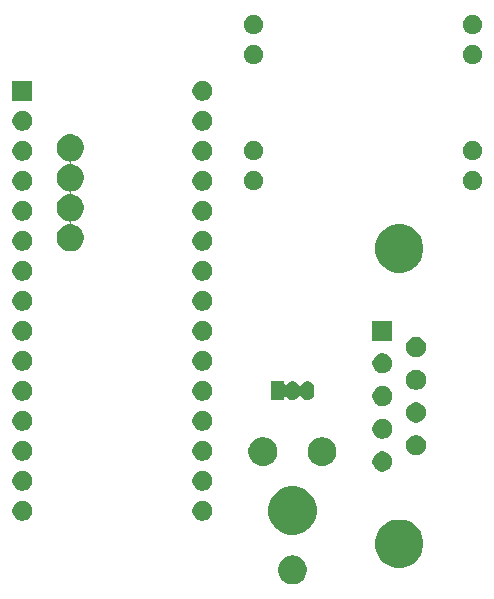
<source format=gbr>
G04 #@! TF.GenerationSoftware,KiCad,Pcbnew,5.1.5-52549c5~84~ubuntu19.10.1*
G04 #@! TF.CreationDate,2020-06-15T16:45:33+03:00*
G04 #@! TF.ProjectId,hymTracker_Panel,68796d54-7261-4636-9b65-725f50616e65,rev?*
G04 #@! TF.SameCoordinates,Original*
G04 #@! TF.FileFunction,Soldermask,Top*
G04 #@! TF.FilePolarity,Negative*
%FSLAX46Y46*%
G04 Gerber Fmt 4.6, Leading zero omitted, Abs format (unit mm)*
G04 Created by KiCad (PCBNEW 5.1.5-52549c5~84~ubuntu19.10.1) date 2020-06-15 16:45:33*
%MOMM*%
%LPD*%
G04 APERTURE LIST*
%ADD10C,0.100000*%
G04 APERTURE END LIST*
D10*
G36*
X55860205Y-97897461D02*
G01*
X55978153Y-97920922D01*
X56070194Y-97959047D01*
X56200359Y-98012963D01*
X56400342Y-98146587D01*
X56570413Y-98316658D01*
X56704037Y-98516641D01*
X56796078Y-98738848D01*
X56843000Y-98974741D01*
X56843000Y-99215259D01*
X56796078Y-99451152D01*
X56704037Y-99673359D01*
X56570413Y-99873342D01*
X56400342Y-100043413D01*
X56200359Y-100177037D01*
X56070194Y-100230953D01*
X55978153Y-100269078D01*
X55742259Y-100316000D01*
X55501741Y-100316000D01*
X55265847Y-100269078D01*
X55173806Y-100230953D01*
X55043641Y-100177037D01*
X54843658Y-100043413D01*
X54673587Y-99873342D01*
X54539963Y-99673359D01*
X54447922Y-99451152D01*
X54401000Y-99215259D01*
X54401000Y-98974741D01*
X54447922Y-98738848D01*
X54539963Y-98516641D01*
X54673587Y-98316658D01*
X54843658Y-98146587D01*
X55043641Y-98012963D01*
X55173806Y-97959047D01*
X55265847Y-97920922D01*
X55383795Y-97897461D01*
X55501741Y-97874000D01*
X55742259Y-97874000D01*
X55860205Y-97897461D01*
G37*
G36*
X65260254Y-94922818D02*
G01*
X65633511Y-95077426D01*
X65633513Y-95077427D01*
X65969436Y-95301884D01*
X66255116Y-95587564D01*
X66479574Y-95923489D01*
X66634182Y-96296746D01*
X66713000Y-96692993D01*
X66713000Y-97097007D01*
X66634182Y-97493254D01*
X66479574Y-97866511D01*
X66479573Y-97866513D01*
X66255116Y-98202436D01*
X65969436Y-98488116D01*
X65633513Y-98712573D01*
X65633512Y-98712574D01*
X65633511Y-98712574D01*
X65260254Y-98867182D01*
X64864007Y-98946000D01*
X64459993Y-98946000D01*
X64063746Y-98867182D01*
X63690489Y-98712574D01*
X63690488Y-98712574D01*
X63690487Y-98712573D01*
X63354564Y-98488116D01*
X63068884Y-98202436D01*
X62844427Y-97866513D01*
X62844426Y-97866511D01*
X62689818Y-97493254D01*
X62611000Y-97097007D01*
X62611000Y-96692993D01*
X62689818Y-96296746D01*
X62844426Y-95923489D01*
X63068884Y-95587564D01*
X63354564Y-95301884D01*
X63690487Y-95077427D01*
X63690489Y-95077426D01*
X64063746Y-94922818D01*
X64459993Y-94844000D01*
X64864007Y-94844000D01*
X65260254Y-94922818D01*
G37*
G36*
X56220254Y-92122818D02*
G01*
X56593511Y-92277426D01*
X56593513Y-92277427D01*
X56736989Y-92373295D01*
X56929436Y-92501884D01*
X57215116Y-92787564D01*
X57439574Y-93123489D01*
X57594182Y-93496746D01*
X57673000Y-93892993D01*
X57673000Y-94297007D01*
X57594182Y-94693254D01*
X57499093Y-94922819D01*
X57439573Y-95066513D01*
X57215116Y-95402436D01*
X56929436Y-95688116D01*
X56593513Y-95912573D01*
X56593512Y-95912574D01*
X56593511Y-95912574D01*
X56220254Y-96067182D01*
X55824007Y-96146000D01*
X55419993Y-96146000D01*
X55023746Y-96067182D01*
X54650489Y-95912574D01*
X54650488Y-95912574D01*
X54650487Y-95912573D01*
X54314564Y-95688116D01*
X54028884Y-95402436D01*
X53804427Y-95066513D01*
X53744907Y-94922819D01*
X53649818Y-94693254D01*
X53571000Y-94297007D01*
X53571000Y-93892993D01*
X53649818Y-93496746D01*
X53804426Y-93123489D01*
X54028884Y-92787564D01*
X54314564Y-92501884D01*
X54507011Y-92373295D01*
X54650487Y-92277427D01*
X54650489Y-92277426D01*
X55023746Y-92122818D01*
X55419993Y-92044000D01*
X55824007Y-92044000D01*
X56220254Y-92122818D01*
G37*
G36*
X48250228Y-93276703D02*
G01*
X48405100Y-93340853D01*
X48544481Y-93433985D01*
X48663015Y-93552519D01*
X48756147Y-93691900D01*
X48820297Y-93846772D01*
X48853000Y-94011184D01*
X48853000Y-94178816D01*
X48820297Y-94343228D01*
X48756147Y-94498100D01*
X48663015Y-94637481D01*
X48544481Y-94756015D01*
X48405100Y-94849147D01*
X48250228Y-94913297D01*
X48085816Y-94946000D01*
X47918184Y-94946000D01*
X47753772Y-94913297D01*
X47598900Y-94849147D01*
X47459519Y-94756015D01*
X47340985Y-94637481D01*
X47247853Y-94498100D01*
X47183703Y-94343228D01*
X47151000Y-94178816D01*
X47151000Y-94011184D01*
X47183703Y-93846772D01*
X47247853Y-93691900D01*
X47340985Y-93552519D01*
X47459519Y-93433985D01*
X47598900Y-93340853D01*
X47753772Y-93276703D01*
X47918184Y-93244000D01*
X48085816Y-93244000D01*
X48250228Y-93276703D01*
G37*
G36*
X33010228Y-93276703D02*
G01*
X33165100Y-93340853D01*
X33304481Y-93433985D01*
X33423015Y-93552519D01*
X33516147Y-93691900D01*
X33580297Y-93846772D01*
X33613000Y-94011184D01*
X33613000Y-94178816D01*
X33580297Y-94343228D01*
X33516147Y-94498100D01*
X33423015Y-94637481D01*
X33304481Y-94756015D01*
X33165100Y-94849147D01*
X33010228Y-94913297D01*
X32845816Y-94946000D01*
X32678184Y-94946000D01*
X32513772Y-94913297D01*
X32358900Y-94849147D01*
X32219519Y-94756015D01*
X32100985Y-94637481D01*
X32007853Y-94498100D01*
X31943703Y-94343228D01*
X31911000Y-94178816D01*
X31911000Y-94011184D01*
X31943703Y-93846772D01*
X32007853Y-93691900D01*
X32100985Y-93552519D01*
X32219519Y-93433985D01*
X32358900Y-93340853D01*
X32513772Y-93276703D01*
X32678184Y-93244000D01*
X32845816Y-93244000D01*
X33010228Y-93276703D01*
G37*
G36*
X33010228Y-90736703D02*
G01*
X33165100Y-90800853D01*
X33304481Y-90893985D01*
X33423015Y-91012519D01*
X33516147Y-91151900D01*
X33580297Y-91306772D01*
X33613000Y-91471184D01*
X33613000Y-91638816D01*
X33580297Y-91803228D01*
X33516147Y-91958100D01*
X33423015Y-92097481D01*
X33304481Y-92216015D01*
X33165100Y-92309147D01*
X33010228Y-92373297D01*
X32845816Y-92406000D01*
X32678184Y-92406000D01*
X32513772Y-92373297D01*
X32358900Y-92309147D01*
X32219519Y-92216015D01*
X32100985Y-92097481D01*
X32007853Y-91958100D01*
X31943703Y-91803228D01*
X31911000Y-91638816D01*
X31911000Y-91471184D01*
X31943703Y-91306772D01*
X32007853Y-91151900D01*
X32100985Y-91012519D01*
X32219519Y-90893985D01*
X32358900Y-90800853D01*
X32513772Y-90736703D01*
X32678184Y-90704000D01*
X32845816Y-90704000D01*
X33010228Y-90736703D01*
G37*
G36*
X48250228Y-90736703D02*
G01*
X48405100Y-90800853D01*
X48544481Y-90893985D01*
X48663015Y-91012519D01*
X48756147Y-91151900D01*
X48820297Y-91306772D01*
X48853000Y-91471184D01*
X48853000Y-91638816D01*
X48820297Y-91803228D01*
X48756147Y-91958100D01*
X48663015Y-92097481D01*
X48544481Y-92216015D01*
X48405100Y-92309147D01*
X48250228Y-92373297D01*
X48085816Y-92406000D01*
X47918184Y-92406000D01*
X47753772Y-92373297D01*
X47598900Y-92309147D01*
X47459519Y-92216015D01*
X47340985Y-92097481D01*
X47247853Y-91958100D01*
X47183703Y-91803228D01*
X47151000Y-91638816D01*
X47151000Y-91471184D01*
X47183703Y-91306772D01*
X47247853Y-91151900D01*
X47340985Y-91012519D01*
X47459519Y-90893985D01*
X47598900Y-90800853D01*
X47753772Y-90736703D01*
X47918184Y-90704000D01*
X48085816Y-90704000D01*
X48250228Y-90736703D01*
G37*
G36*
X63490228Y-89116703D02*
G01*
X63645100Y-89180853D01*
X63784481Y-89273985D01*
X63903015Y-89392519D01*
X63996147Y-89531900D01*
X64060297Y-89686772D01*
X64093000Y-89851184D01*
X64093000Y-90018816D01*
X64060297Y-90183228D01*
X63996147Y-90338100D01*
X63903015Y-90477481D01*
X63784481Y-90596015D01*
X63645100Y-90689147D01*
X63490228Y-90753297D01*
X63325816Y-90786000D01*
X63158184Y-90786000D01*
X62993772Y-90753297D01*
X62838900Y-90689147D01*
X62699519Y-90596015D01*
X62580985Y-90477481D01*
X62487853Y-90338100D01*
X62423703Y-90183228D01*
X62391000Y-90018816D01*
X62391000Y-89851184D01*
X62423703Y-89686772D01*
X62487853Y-89531900D01*
X62580985Y-89392519D01*
X62699519Y-89273985D01*
X62838900Y-89180853D01*
X62993772Y-89116703D01*
X63158184Y-89084000D01*
X63325816Y-89084000D01*
X63490228Y-89116703D01*
G37*
G36*
X53478153Y-87920922D02*
G01*
X53570194Y-87959047D01*
X53700359Y-88012963D01*
X53900342Y-88146587D01*
X54070413Y-88316658D01*
X54204037Y-88516641D01*
X54243496Y-88611903D01*
X54296078Y-88738847D01*
X54343000Y-88974742D01*
X54343000Y-89215258D01*
X54302653Y-89418100D01*
X54296078Y-89451152D01*
X54204037Y-89673359D01*
X54070413Y-89873342D01*
X53900342Y-90043413D01*
X53700359Y-90177037D01*
X53570194Y-90230953D01*
X53478153Y-90269078D01*
X53360205Y-90292539D01*
X53242259Y-90316000D01*
X53001741Y-90316000D01*
X52883795Y-90292539D01*
X52765847Y-90269078D01*
X52673806Y-90230953D01*
X52543641Y-90177037D01*
X52343658Y-90043413D01*
X52173587Y-89873342D01*
X52039963Y-89673359D01*
X51947922Y-89451152D01*
X51941348Y-89418100D01*
X51901000Y-89215258D01*
X51901000Y-88974742D01*
X51947922Y-88738847D01*
X52000504Y-88611903D01*
X52039963Y-88516641D01*
X52173587Y-88316658D01*
X52343658Y-88146587D01*
X52543641Y-88012963D01*
X52673806Y-87959047D01*
X52765847Y-87920922D01*
X53001741Y-87874000D01*
X53242259Y-87874000D01*
X53478153Y-87920922D01*
G37*
G36*
X58478153Y-87920922D02*
G01*
X58570194Y-87959047D01*
X58700359Y-88012963D01*
X58900342Y-88146587D01*
X59070413Y-88316658D01*
X59204037Y-88516641D01*
X59243496Y-88611903D01*
X59296078Y-88738847D01*
X59343000Y-88974742D01*
X59343000Y-89215258D01*
X59302653Y-89418100D01*
X59296078Y-89451152D01*
X59204037Y-89673359D01*
X59070413Y-89873342D01*
X58900342Y-90043413D01*
X58700359Y-90177037D01*
X58570194Y-90230953D01*
X58478153Y-90269078D01*
X58360205Y-90292539D01*
X58242259Y-90316000D01*
X58001741Y-90316000D01*
X57883795Y-90292539D01*
X57765847Y-90269078D01*
X57673806Y-90230953D01*
X57543641Y-90177037D01*
X57343658Y-90043413D01*
X57173587Y-89873342D01*
X57039963Y-89673359D01*
X56947922Y-89451152D01*
X56941348Y-89418100D01*
X56901000Y-89215258D01*
X56901000Y-88974742D01*
X56947922Y-88738847D01*
X57000504Y-88611903D01*
X57039963Y-88516641D01*
X57173587Y-88316658D01*
X57343658Y-88146587D01*
X57543641Y-88012963D01*
X57673806Y-87959047D01*
X57765847Y-87920922D01*
X58001741Y-87874000D01*
X58242259Y-87874000D01*
X58478153Y-87920922D01*
G37*
G36*
X48250228Y-88196703D02*
G01*
X48405100Y-88260853D01*
X48544481Y-88353985D01*
X48663015Y-88472519D01*
X48756147Y-88611900D01*
X48820297Y-88766772D01*
X48853000Y-88931184D01*
X48853000Y-89098816D01*
X48820297Y-89263228D01*
X48756147Y-89418100D01*
X48663015Y-89557481D01*
X48544481Y-89676015D01*
X48405100Y-89769147D01*
X48250228Y-89833297D01*
X48085816Y-89866000D01*
X47918184Y-89866000D01*
X47753772Y-89833297D01*
X47598900Y-89769147D01*
X47459519Y-89676015D01*
X47340985Y-89557481D01*
X47247853Y-89418100D01*
X47183703Y-89263228D01*
X47151000Y-89098816D01*
X47151000Y-88931184D01*
X47183703Y-88766772D01*
X47247853Y-88611900D01*
X47340985Y-88472519D01*
X47459519Y-88353985D01*
X47598900Y-88260853D01*
X47753772Y-88196703D01*
X47918184Y-88164000D01*
X48085816Y-88164000D01*
X48250228Y-88196703D01*
G37*
G36*
X33010228Y-88196703D02*
G01*
X33165100Y-88260853D01*
X33304481Y-88353985D01*
X33423015Y-88472519D01*
X33516147Y-88611900D01*
X33580297Y-88766772D01*
X33613000Y-88931184D01*
X33613000Y-89098816D01*
X33580297Y-89263228D01*
X33516147Y-89418100D01*
X33423015Y-89557481D01*
X33304481Y-89676015D01*
X33165100Y-89769147D01*
X33010228Y-89833297D01*
X32845816Y-89866000D01*
X32678184Y-89866000D01*
X32513772Y-89833297D01*
X32358900Y-89769147D01*
X32219519Y-89676015D01*
X32100985Y-89557481D01*
X32007853Y-89418100D01*
X31943703Y-89263228D01*
X31911000Y-89098816D01*
X31911000Y-88931184D01*
X31943703Y-88766772D01*
X32007853Y-88611900D01*
X32100985Y-88472519D01*
X32219519Y-88353985D01*
X32358900Y-88260853D01*
X32513772Y-88196703D01*
X32678184Y-88164000D01*
X32845816Y-88164000D01*
X33010228Y-88196703D01*
G37*
G36*
X66330228Y-87731703D02*
G01*
X66485100Y-87795853D01*
X66624481Y-87888985D01*
X66743015Y-88007519D01*
X66836147Y-88146900D01*
X66900297Y-88301772D01*
X66933000Y-88466184D01*
X66933000Y-88633816D01*
X66900297Y-88798228D01*
X66836147Y-88953100D01*
X66743015Y-89092481D01*
X66624481Y-89211015D01*
X66485100Y-89304147D01*
X66330228Y-89368297D01*
X66165816Y-89401000D01*
X65998184Y-89401000D01*
X65833772Y-89368297D01*
X65678900Y-89304147D01*
X65539519Y-89211015D01*
X65420985Y-89092481D01*
X65327853Y-88953100D01*
X65263703Y-88798228D01*
X65231000Y-88633816D01*
X65231000Y-88466184D01*
X65263703Y-88301772D01*
X65327853Y-88146900D01*
X65420985Y-88007519D01*
X65539519Y-87888985D01*
X65678900Y-87795853D01*
X65833772Y-87731703D01*
X65998184Y-87699000D01*
X66165816Y-87699000D01*
X66330228Y-87731703D01*
G37*
G36*
X63490228Y-86346703D02*
G01*
X63645100Y-86410853D01*
X63784481Y-86503985D01*
X63903015Y-86622519D01*
X63996147Y-86761900D01*
X64060297Y-86916772D01*
X64093000Y-87081184D01*
X64093000Y-87248816D01*
X64060297Y-87413228D01*
X63996147Y-87568100D01*
X63903015Y-87707481D01*
X63784481Y-87826015D01*
X63645100Y-87919147D01*
X63490228Y-87983297D01*
X63325816Y-88016000D01*
X63158184Y-88016000D01*
X62993772Y-87983297D01*
X62838900Y-87919147D01*
X62699519Y-87826015D01*
X62580985Y-87707481D01*
X62487853Y-87568100D01*
X62423703Y-87413228D01*
X62391000Y-87248816D01*
X62391000Y-87081184D01*
X62423703Y-86916772D01*
X62487853Y-86761900D01*
X62580985Y-86622519D01*
X62699519Y-86503985D01*
X62838900Y-86410853D01*
X62993772Y-86346703D01*
X63158184Y-86314000D01*
X63325816Y-86314000D01*
X63490228Y-86346703D01*
G37*
G36*
X48250228Y-85656703D02*
G01*
X48405100Y-85720853D01*
X48544481Y-85813985D01*
X48663015Y-85932519D01*
X48756147Y-86071900D01*
X48820297Y-86226772D01*
X48853000Y-86391184D01*
X48853000Y-86558816D01*
X48820297Y-86723228D01*
X48756147Y-86878100D01*
X48663015Y-87017481D01*
X48544481Y-87136015D01*
X48405100Y-87229147D01*
X48250228Y-87293297D01*
X48085816Y-87326000D01*
X47918184Y-87326000D01*
X47753772Y-87293297D01*
X47598900Y-87229147D01*
X47459519Y-87136015D01*
X47340985Y-87017481D01*
X47247853Y-86878100D01*
X47183703Y-86723228D01*
X47151000Y-86558816D01*
X47151000Y-86391184D01*
X47183703Y-86226772D01*
X47247853Y-86071900D01*
X47340985Y-85932519D01*
X47459519Y-85813985D01*
X47598900Y-85720853D01*
X47753772Y-85656703D01*
X47918184Y-85624000D01*
X48085816Y-85624000D01*
X48250228Y-85656703D01*
G37*
G36*
X33010228Y-85656703D02*
G01*
X33165100Y-85720853D01*
X33304481Y-85813985D01*
X33423015Y-85932519D01*
X33516147Y-86071900D01*
X33580297Y-86226772D01*
X33613000Y-86391184D01*
X33613000Y-86558816D01*
X33580297Y-86723228D01*
X33516147Y-86878100D01*
X33423015Y-87017481D01*
X33304481Y-87136015D01*
X33165100Y-87229147D01*
X33010228Y-87293297D01*
X32845816Y-87326000D01*
X32678184Y-87326000D01*
X32513772Y-87293297D01*
X32358900Y-87229147D01*
X32219519Y-87136015D01*
X32100985Y-87017481D01*
X32007853Y-86878100D01*
X31943703Y-86723228D01*
X31911000Y-86558816D01*
X31911000Y-86391184D01*
X31943703Y-86226772D01*
X32007853Y-86071900D01*
X32100985Y-85932519D01*
X32219519Y-85813985D01*
X32358900Y-85720853D01*
X32513772Y-85656703D01*
X32678184Y-85624000D01*
X32845816Y-85624000D01*
X33010228Y-85656703D01*
G37*
G36*
X66330228Y-84961703D02*
G01*
X66485100Y-85025853D01*
X66624481Y-85118985D01*
X66743015Y-85237519D01*
X66836147Y-85376900D01*
X66900297Y-85531772D01*
X66933000Y-85696184D01*
X66933000Y-85863816D01*
X66900297Y-86028228D01*
X66836147Y-86183100D01*
X66743015Y-86322481D01*
X66624481Y-86441015D01*
X66485100Y-86534147D01*
X66330228Y-86598297D01*
X66165816Y-86631000D01*
X65998184Y-86631000D01*
X65833772Y-86598297D01*
X65678900Y-86534147D01*
X65539519Y-86441015D01*
X65420985Y-86322481D01*
X65327853Y-86183100D01*
X65263703Y-86028228D01*
X65231000Y-85863816D01*
X65231000Y-85696184D01*
X65263703Y-85531772D01*
X65327853Y-85376900D01*
X65420985Y-85237519D01*
X65539519Y-85118985D01*
X65678900Y-85025853D01*
X65833772Y-84961703D01*
X65998184Y-84929000D01*
X66165816Y-84929000D01*
X66330228Y-84961703D01*
G37*
G36*
X63490228Y-83576703D02*
G01*
X63645100Y-83640853D01*
X63784481Y-83733985D01*
X63903015Y-83852519D01*
X63996147Y-83991900D01*
X64060297Y-84146772D01*
X64093000Y-84311184D01*
X64093000Y-84478816D01*
X64060297Y-84643228D01*
X63996147Y-84798100D01*
X63903015Y-84937481D01*
X63784481Y-85056015D01*
X63645100Y-85149147D01*
X63490228Y-85213297D01*
X63325816Y-85246000D01*
X63158184Y-85246000D01*
X62993772Y-85213297D01*
X62838900Y-85149147D01*
X62699519Y-85056015D01*
X62580985Y-84937481D01*
X62487853Y-84798100D01*
X62423703Y-84643228D01*
X62391000Y-84478816D01*
X62391000Y-84311184D01*
X62423703Y-84146772D01*
X62487853Y-83991900D01*
X62580985Y-83852519D01*
X62699519Y-83733985D01*
X62838900Y-83640853D01*
X62993772Y-83576703D01*
X63158184Y-83544000D01*
X63325816Y-83544000D01*
X63490228Y-83576703D01*
G37*
G36*
X48250228Y-83116703D02*
G01*
X48405100Y-83180853D01*
X48544481Y-83273985D01*
X48663015Y-83392519D01*
X48756147Y-83531900D01*
X48820297Y-83686772D01*
X48853000Y-83851184D01*
X48853000Y-84018816D01*
X48820297Y-84183228D01*
X48756147Y-84338100D01*
X48663015Y-84477481D01*
X48544481Y-84596015D01*
X48405100Y-84689147D01*
X48250228Y-84753297D01*
X48085816Y-84786000D01*
X47918184Y-84786000D01*
X47753772Y-84753297D01*
X47598900Y-84689147D01*
X47459519Y-84596015D01*
X47340985Y-84477481D01*
X47247853Y-84338100D01*
X47183703Y-84183228D01*
X47151000Y-84018816D01*
X47151000Y-83851184D01*
X47183703Y-83686772D01*
X47247853Y-83531900D01*
X47340985Y-83392519D01*
X47459519Y-83273985D01*
X47598900Y-83180853D01*
X47753772Y-83116703D01*
X47918184Y-83084000D01*
X48085816Y-83084000D01*
X48250228Y-83116703D01*
G37*
G36*
X33010228Y-83116703D02*
G01*
X33165100Y-83180853D01*
X33304481Y-83273985D01*
X33423015Y-83392519D01*
X33516147Y-83531900D01*
X33580297Y-83686772D01*
X33613000Y-83851184D01*
X33613000Y-84018816D01*
X33580297Y-84183228D01*
X33516147Y-84338100D01*
X33423015Y-84477481D01*
X33304481Y-84596015D01*
X33165100Y-84689147D01*
X33010228Y-84753297D01*
X32845816Y-84786000D01*
X32678184Y-84786000D01*
X32513772Y-84753297D01*
X32358900Y-84689147D01*
X32219519Y-84596015D01*
X32100985Y-84477481D01*
X32007853Y-84338100D01*
X31943703Y-84183228D01*
X31911000Y-84018816D01*
X31911000Y-83851184D01*
X31943703Y-83686772D01*
X32007853Y-83531900D01*
X32100985Y-83392519D01*
X32219519Y-83273985D01*
X32358900Y-83180853D01*
X32513772Y-83116703D01*
X32678184Y-83084000D01*
X32845816Y-83084000D01*
X33010228Y-83116703D01*
G37*
G36*
X57004915Y-83142334D02*
G01*
X57113491Y-83175271D01*
X57113494Y-83175272D01*
X57149600Y-83194571D01*
X57213556Y-83228756D01*
X57301264Y-83300736D01*
X57373244Y-83388443D01*
X57407429Y-83452399D01*
X57426728Y-83488505D01*
X57426729Y-83488508D01*
X57459666Y-83597084D01*
X57468000Y-83681702D01*
X57468000Y-84188297D01*
X57459666Y-84272916D01*
X57427252Y-84379767D01*
X57426728Y-84381495D01*
X57416761Y-84400141D01*
X57373244Y-84481557D01*
X57301264Y-84569264D01*
X57213557Y-84641244D01*
X57149601Y-84675429D01*
X57113495Y-84694728D01*
X57113492Y-84694729D01*
X57004916Y-84727666D01*
X56892000Y-84738787D01*
X56779085Y-84727666D01*
X56670509Y-84694729D01*
X56670506Y-84694728D01*
X56634400Y-84675429D01*
X56570444Y-84641244D01*
X56482737Y-84569264D01*
X56410757Y-84481557D01*
X56367239Y-84400141D01*
X56353625Y-84379766D01*
X56336298Y-84362439D01*
X56315924Y-84348826D01*
X56293285Y-84339448D01*
X56269252Y-84334668D01*
X56244748Y-84334668D01*
X56220715Y-84339448D01*
X56198076Y-84348826D01*
X56177701Y-84362440D01*
X56160374Y-84379767D01*
X56146761Y-84400141D01*
X56103244Y-84481557D01*
X56031264Y-84569264D01*
X55943557Y-84641244D01*
X55879601Y-84675429D01*
X55843495Y-84694728D01*
X55843492Y-84694729D01*
X55734916Y-84727666D01*
X55622000Y-84738787D01*
X55509085Y-84727666D01*
X55400509Y-84694729D01*
X55400506Y-84694728D01*
X55364400Y-84675429D01*
X55300444Y-84641244D01*
X55212737Y-84569264D01*
X55149622Y-84492359D01*
X55132297Y-84475034D01*
X55111923Y-84461420D01*
X55089284Y-84452043D01*
X55065250Y-84447263D01*
X55040746Y-84447263D01*
X55016713Y-84452044D01*
X54994074Y-84461421D01*
X54973700Y-84475035D01*
X54956373Y-84492362D01*
X54942759Y-84512736D01*
X54933382Y-84535375D01*
X54928000Y-84571660D01*
X54928000Y-84736000D01*
X53776000Y-84736000D01*
X53776000Y-83134000D01*
X54928000Y-83134000D01*
X54928000Y-83298341D01*
X54930402Y-83322727D01*
X54937515Y-83346176D01*
X54949066Y-83367787D01*
X54964611Y-83386729D01*
X54983553Y-83402274D01*
X55005164Y-83413825D01*
X55028613Y-83420938D01*
X55052999Y-83423340D01*
X55077385Y-83420938D01*
X55100834Y-83413825D01*
X55122445Y-83402274D01*
X55141387Y-83386729D01*
X55149608Y-83377657D01*
X55212736Y-83300736D01*
X55300443Y-83228756D01*
X55364399Y-83194571D01*
X55400505Y-83175272D01*
X55400508Y-83175271D01*
X55509084Y-83142334D01*
X55622000Y-83131213D01*
X55734915Y-83142334D01*
X55843491Y-83175271D01*
X55843494Y-83175272D01*
X55879600Y-83194571D01*
X55943556Y-83228756D01*
X56031264Y-83300736D01*
X56103244Y-83388443D01*
X56146761Y-83469859D01*
X56160375Y-83490234D01*
X56177702Y-83507561D01*
X56198076Y-83521174D01*
X56220715Y-83530552D01*
X56244748Y-83535332D01*
X56269252Y-83535332D01*
X56293285Y-83530552D01*
X56315924Y-83521174D01*
X56336299Y-83507560D01*
X56353626Y-83490233D01*
X56367239Y-83469860D01*
X56410756Y-83388444D01*
X56482736Y-83300736D01*
X56570443Y-83228756D01*
X56634399Y-83194571D01*
X56670505Y-83175272D01*
X56670508Y-83175271D01*
X56779084Y-83142334D01*
X56892000Y-83131213D01*
X57004915Y-83142334D01*
G37*
G36*
X66330228Y-82191703D02*
G01*
X66485100Y-82255853D01*
X66624481Y-82348985D01*
X66743015Y-82467519D01*
X66836147Y-82606900D01*
X66900297Y-82761772D01*
X66933000Y-82926184D01*
X66933000Y-83093816D01*
X66900297Y-83258228D01*
X66836147Y-83413100D01*
X66743015Y-83552481D01*
X66624481Y-83671015D01*
X66485100Y-83764147D01*
X66330228Y-83828297D01*
X66165816Y-83861000D01*
X65998184Y-83861000D01*
X65833772Y-83828297D01*
X65678900Y-83764147D01*
X65539519Y-83671015D01*
X65420985Y-83552481D01*
X65327853Y-83413100D01*
X65263703Y-83258228D01*
X65231000Y-83093816D01*
X65231000Y-82926184D01*
X65263703Y-82761772D01*
X65327853Y-82606900D01*
X65420985Y-82467519D01*
X65539519Y-82348985D01*
X65678900Y-82255853D01*
X65833772Y-82191703D01*
X65998184Y-82159000D01*
X66165816Y-82159000D01*
X66330228Y-82191703D01*
G37*
G36*
X63490228Y-80806703D02*
G01*
X63645100Y-80870853D01*
X63784481Y-80963985D01*
X63903015Y-81082519D01*
X63996147Y-81221900D01*
X64060297Y-81376772D01*
X64093000Y-81541184D01*
X64093000Y-81708816D01*
X64060297Y-81873228D01*
X63996147Y-82028100D01*
X63903015Y-82167481D01*
X63784481Y-82286015D01*
X63645100Y-82379147D01*
X63490228Y-82443297D01*
X63325816Y-82476000D01*
X63158184Y-82476000D01*
X62993772Y-82443297D01*
X62838900Y-82379147D01*
X62699519Y-82286015D01*
X62580985Y-82167481D01*
X62487853Y-82028100D01*
X62423703Y-81873228D01*
X62391000Y-81708816D01*
X62391000Y-81541184D01*
X62423703Y-81376772D01*
X62487853Y-81221900D01*
X62580985Y-81082519D01*
X62699519Y-80963985D01*
X62838900Y-80870853D01*
X62993772Y-80806703D01*
X63158184Y-80774000D01*
X63325816Y-80774000D01*
X63490228Y-80806703D01*
G37*
G36*
X48250228Y-80576703D02*
G01*
X48405100Y-80640853D01*
X48544481Y-80733985D01*
X48663015Y-80852519D01*
X48756147Y-80991900D01*
X48820297Y-81146772D01*
X48853000Y-81311184D01*
X48853000Y-81478816D01*
X48820297Y-81643228D01*
X48756147Y-81798100D01*
X48663015Y-81937481D01*
X48544481Y-82056015D01*
X48405100Y-82149147D01*
X48250228Y-82213297D01*
X48085816Y-82246000D01*
X47918184Y-82246000D01*
X47753772Y-82213297D01*
X47598900Y-82149147D01*
X47459519Y-82056015D01*
X47340985Y-81937481D01*
X47247853Y-81798100D01*
X47183703Y-81643228D01*
X47151000Y-81478816D01*
X47151000Y-81311184D01*
X47183703Y-81146772D01*
X47247853Y-80991900D01*
X47340985Y-80852519D01*
X47459519Y-80733985D01*
X47598900Y-80640853D01*
X47753772Y-80576703D01*
X47918184Y-80544000D01*
X48085816Y-80544000D01*
X48250228Y-80576703D01*
G37*
G36*
X33010228Y-80576703D02*
G01*
X33165100Y-80640853D01*
X33304481Y-80733985D01*
X33423015Y-80852519D01*
X33516147Y-80991900D01*
X33580297Y-81146772D01*
X33613000Y-81311184D01*
X33613000Y-81478816D01*
X33580297Y-81643228D01*
X33516147Y-81798100D01*
X33423015Y-81937481D01*
X33304481Y-82056015D01*
X33165100Y-82149147D01*
X33010228Y-82213297D01*
X32845816Y-82246000D01*
X32678184Y-82246000D01*
X32513772Y-82213297D01*
X32358900Y-82149147D01*
X32219519Y-82056015D01*
X32100985Y-81937481D01*
X32007853Y-81798100D01*
X31943703Y-81643228D01*
X31911000Y-81478816D01*
X31911000Y-81311184D01*
X31943703Y-81146772D01*
X32007853Y-80991900D01*
X32100985Y-80852519D01*
X32219519Y-80733985D01*
X32358900Y-80640853D01*
X32513772Y-80576703D01*
X32678184Y-80544000D01*
X32845816Y-80544000D01*
X33010228Y-80576703D01*
G37*
G36*
X66330228Y-79421703D02*
G01*
X66485100Y-79485853D01*
X66624481Y-79578985D01*
X66743015Y-79697519D01*
X66836147Y-79836900D01*
X66900297Y-79991772D01*
X66933000Y-80156184D01*
X66933000Y-80323816D01*
X66900297Y-80488228D01*
X66836147Y-80643100D01*
X66743015Y-80782481D01*
X66624481Y-80901015D01*
X66485100Y-80994147D01*
X66330228Y-81058297D01*
X66165816Y-81091000D01*
X65998184Y-81091000D01*
X65833772Y-81058297D01*
X65678900Y-80994147D01*
X65539519Y-80901015D01*
X65420985Y-80782481D01*
X65327853Y-80643100D01*
X65263703Y-80488228D01*
X65231000Y-80323816D01*
X65231000Y-80156184D01*
X65263703Y-79991772D01*
X65327853Y-79836900D01*
X65420985Y-79697519D01*
X65539519Y-79578985D01*
X65678900Y-79485853D01*
X65833772Y-79421703D01*
X65998184Y-79389000D01*
X66165816Y-79389000D01*
X66330228Y-79421703D01*
G37*
G36*
X33010228Y-78036703D02*
G01*
X33165100Y-78100853D01*
X33304481Y-78193985D01*
X33423015Y-78312519D01*
X33516147Y-78451900D01*
X33580297Y-78606772D01*
X33613000Y-78771184D01*
X33613000Y-78938816D01*
X33580297Y-79103228D01*
X33516147Y-79258100D01*
X33423015Y-79397481D01*
X33304481Y-79516015D01*
X33165100Y-79609147D01*
X33010228Y-79673297D01*
X32845816Y-79706000D01*
X32678184Y-79706000D01*
X32513772Y-79673297D01*
X32358900Y-79609147D01*
X32219519Y-79516015D01*
X32100985Y-79397481D01*
X32007853Y-79258100D01*
X31943703Y-79103228D01*
X31911000Y-78938816D01*
X31911000Y-78771184D01*
X31943703Y-78606772D01*
X32007853Y-78451900D01*
X32100985Y-78312519D01*
X32219519Y-78193985D01*
X32358900Y-78100853D01*
X32513772Y-78036703D01*
X32678184Y-78004000D01*
X32845816Y-78004000D01*
X33010228Y-78036703D01*
G37*
G36*
X64093000Y-79706000D02*
G01*
X62391000Y-79706000D01*
X62391000Y-78004000D01*
X64093000Y-78004000D01*
X64093000Y-79706000D01*
G37*
G36*
X48250228Y-78036703D02*
G01*
X48405100Y-78100853D01*
X48544481Y-78193985D01*
X48663015Y-78312519D01*
X48756147Y-78451900D01*
X48820297Y-78606772D01*
X48853000Y-78771184D01*
X48853000Y-78938816D01*
X48820297Y-79103228D01*
X48756147Y-79258100D01*
X48663015Y-79397481D01*
X48544481Y-79516015D01*
X48405100Y-79609147D01*
X48250228Y-79673297D01*
X48085816Y-79706000D01*
X47918184Y-79706000D01*
X47753772Y-79673297D01*
X47598900Y-79609147D01*
X47459519Y-79516015D01*
X47340985Y-79397481D01*
X47247853Y-79258100D01*
X47183703Y-79103228D01*
X47151000Y-78938816D01*
X47151000Y-78771184D01*
X47183703Y-78606772D01*
X47247853Y-78451900D01*
X47340985Y-78312519D01*
X47459519Y-78193985D01*
X47598900Y-78100853D01*
X47753772Y-78036703D01*
X47918184Y-78004000D01*
X48085816Y-78004000D01*
X48250228Y-78036703D01*
G37*
G36*
X48250228Y-75496703D02*
G01*
X48405100Y-75560853D01*
X48544481Y-75653985D01*
X48663015Y-75772519D01*
X48756147Y-75911900D01*
X48820297Y-76066772D01*
X48853000Y-76231184D01*
X48853000Y-76398816D01*
X48820297Y-76563228D01*
X48756147Y-76718100D01*
X48663015Y-76857481D01*
X48544481Y-76976015D01*
X48405100Y-77069147D01*
X48250228Y-77133297D01*
X48085816Y-77166000D01*
X47918184Y-77166000D01*
X47753772Y-77133297D01*
X47598900Y-77069147D01*
X47459519Y-76976015D01*
X47340985Y-76857481D01*
X47247853Y-76718100D01*
X47183703Y-76563228D01*
X47151000Y-76398816D01*
X47151000Y-76231184D01*
X47183703Y-76066772D01*
X47247853Y-75911900D01*
X47340985Y-75772519D01*
X47459519Y-75653985D01*
X47598900Y-75560853D01*
X47753772Y-75496703D01*
X47918184Y-75464000D01*
X48085816Y-75464000D01*
X48250228Y-75496703D01*
G37*
G36*
X33010228Y-75496703D02*
G01*
X33165100Y-75560853D01*
X33304481Y-75653985D01*
X33423015Y-75772519D01*
X33516147Y-75911900D01*
X33580297Y-76066772D01*
X33613000Y-76231184D01*
X33613000Y-76398816D01*
X33580297Y-76563228D01*
X33516147Y-76718100D01*
X33423015Y-76857481D01*
X33304481Y-76976015D01*
X33165100Y-77069147D01*
X33010228Y-77133297D01*
X32845816Y-77166000D01*
X32678184Y-77166000D01*
X32513772Y-77133297D01*
X32358900Y-77069147D01*
X32219519Y-76976015D01*
X32100985Y-76857481D01*
X32007853Y-76718100D01*
X31943703Y-76563228D01*
X31911000Y-76398816D01*
X31911000Y-76231184D01*
X31943703Y-76066772D01*
X32007853Y-75911900D01*
X32100985Y-75772519D01*
X32219519Y-75653985D01*
X32358900Y-75560853D01*
X32513772Y-75496703D01*
X32678184Y-75464000D01*
X32845816Y-75464000D01*
X33010228Y-75496703D01*
G37*
G36*
X33010228Y-72956703D02*
G01*
X33165100Y-73020853D01*
X33304481Y-73113985D01*
X33423015Y-73232519D01*
X33516147Y-73371900D01*
X33580297Y-73526772D01*
X33613000Y-73691184D01*
X33613000Y-73858816D01*
X33580297Y-74023228D01*
X33516147Y-74178100D01*
X33423015Y-74317481D01*
X33304481Y-74436015D01*
X33165100Y-74529147D01*
X33010228Y-74593297D01*
X32845816Y-74626000D01*
X32678184Y-74626000D01*
X32513772Y-74593297D01*
X32358900Y-74529147D01*
X32219519Y-74436015D01*
X32100985Y-74317481D01*
X32007853Y-74178100D01*
X31943703Y-74023228D01*
X31911000Y-73858816D01*
X31911000Y-73691184D01*
X31943703Y-73526772D01*
X32007853Y-73371900D01*
X32100985Y-73232519D01*
X32219519Y-73113985D01*
X32358900Y-73020853D01*
X32513772Y-72956703D01*
X32678184Y-72924000D01*
X32845816Y-72924000D01*
X33010228Y-72956703D01*
G37*
G36*
X48250228Y-72956703D02*
G01*
X48405100Y-73020853D01*
X48544481Y-73113985D01*
X48663015Y-73232519D01*
X48756147Y-73371900D01*
X48820297Y-73526772D01*
X48853000Y-73691184D01*
X48853000Y-73858816D01*
X48820297Y-74023228D01*
X48756147Y-74178100D01*
X48663015Y-74317481D01*
X48544481Y-74436015D01*
X48405100Y-74529147D01*
X48250228Y-74593297D01*
X48085816Y-74626000D01*
X47918184Y-74626000D01*
X47753772Y-74593297D01*
X47598900Y-74529147D01*
X47459519Y-74436015D01*
X47340985Y-74317481D01*
X47247853Y-74178100D01*
X47183703Y-74023228D01*
X47151000Y-73858816D01*
X47151000Y-73691184D01*
X47183703Y-73526772D01*
X47247853Y-73371900D01*
X47340985Y-73232519D01*
X47459519Y-73113985D01*
X47598900Y-73020853D01*
X47753772Y-72956703D01*
X47918184Y-72924000D01*
X48085816Y-72924000D01*
X48250228Y-72956703D01*
G37*
G36*
X65260254Y-69922818D02*
G01*
X65633511Y-70077426D01*
X65633513Y-70077427D01*
X65647780Y-70086960D01*
X65969436Y-70301884D01*
X66255116Y-70587564D01*
X66479574Y-70923489D01*
X66634182Y-71296746D01*
X66713000Y-71692993D01*
X66713000Y-72097007D01*
X66634182Y-72493254D01*
X66479574Y-72866511D01*
X66479573Y-72866513D01*
X66255116Y-73202436D01*
X65969436Y-73488116D01*
X65633513Y-73712573D01*
X65633512Y-73712574D01*
X65633511Y-73712574D01*
X65260254Y-73867182D01*
X64864007Y-73946000D01*
X64459993Y-73946000D01*
X64063746Y-73867182D01*
X63690489Y-73712574D01*
X63690488Y-73712574D01*
X63690487Y-73712573D01*
X63354564Y-73488116D01*
X63068884Y-73202436D01*
X62844427Y-72866513D01*
X62844426Y-72866511D01*
X62689818Y-72493254D01*
X62611000Y-72097007D01*
X62611000Y-71692993D01*
X62689818Y-71296746D01*
X62844426Y-70923489D01*
X63068884Y-70587564D01*
X63354564Y-70301884D01*
X63676220Y-70086960D01*
X63690487Y-70077427D01*
X63690489Y-70077426D01*
X64063746Y-69922818D01*
X64459993Y-69844000D01*
X64864007Y-69844000D01*
X65260254Y-69922818D01*
G37*
G36*
X37050549Y-62232116D02*
G01*
X37161734Y-62254232D01*
X37371203Y-62340997D01*
X37559720Y-62466960D01*
X37720040Y-62627280D01*
X37833246Y-62796705D01*
X37846004Y-62815799D01*
X37864665Y-62860852D01*
X37932768Y-63025266D01*
X37977000Y-63247636D01*
X37977000Y-63474364D01*
X37932768Y-63696734D01*
X37846003Y-63906203D01*
X37720040Y-64094720D01*
X37559720Y-64255040D01*
X37371203Y-64381003D01*
X37161734Y-64467768D01*
X37034161Y-64493144D01*
X36957448Y-64508403D01*
X36933999Y-64515516D01*
X36912388Y-64527067D01*
X36893446Y-64542612D01*
X36877901Y-64561554D01*
X36866350Y-64583165D01*
X36859237Y-64606614D01*
X36856835Y-64631000D01*
X36859237Y-64655386D01*
X36866350Y-64678835D01*
X36877901Y-64700446D01*
X36893446Y-64719388D01*
X36912388Y-64734933D01*
X36933999Y-64746484D01*
X36957448Y-64753597D01*
X37034161Y-64768856D01*
X37161734Y-64794232D01*
X37371203Y-64880997D01*
X37559720Y-65006960D01*
X37720040Y-65167280D01*
X37833246Y-65336705D01*
X37846004Y-65355799D01*
X37864665Y-65400852D01*
X37932768Y-65565266D01*
X37977000Y-65787636D01*
X37977000Y-66014364D01*
X37932768Y-66236734D01*
X37846003Y-66446203D01*
X37720040Y-66634720D01*
X37559720Y-66795040D01*
X37371203Y-66921003D01*
X37161734Y-67007768D01*
X37034161Y-67033144D01*
X36957448Y-67048403D01*
X36933999Y-67055516D01*
X36912388Y-67067067D01*
X36893446Y-67082612D01*
X36877901Y-67101554D01*
X36866350Y-67123165D01*
X36859237Y-67146614D01*
X36856835Y-67171000D01*
X36859237Y-67195386D01*
X36866350Y-67218835D01*
X36877901Y-67240446D01*
X36893446Y-67259388D01*
X36912388Y-67274933D01*
X36933999Y-67286484D01*
X36957448Y-67293597D01*
X37034161Y-67308856D01*
X37161734Y-67334232D01*
X37371203Y-67420997D01*
X37559720Y-67546960D01*
X37720040Y-67707280D01*
X37846003Y-67895797D01*
X37932768Y-68105266D01*
X37977000Y-68327636D01*
X37977000Y-68554364D01*
X37932768Y-68776734D01*
X37846003Y-68986203D01*
X37720040Y-69174720D01*
X37559720Y-69335040D01*
X37371203Y-69461003D01*
X37161734Y-69547768D01*
X37034161Y-69573144D01*
X36957448Y-69588403D01*
X36933999Y-69595516D01*
X36912388Y-69607067D01*
X36893446Y-69622612D01*
X36877901Y-69641554D01*
X36866350Y-69663165D01*
X36859237Y-69686614D01*
X36856835Y-69711000D01*
X36859237Y-69735386D01*
X36866350Y-69758835D01*
X36877901Y-69780446D01*
X36893446Y-69799388D01*
X36912388Y-69814933D01*
X36933999Y-69826484D01*
X36957448Y-69833597D01*
X37009747Y-69844000D01*
X37161734Y-69874232D01*
X37371203Y-69960997D01*
X37559720Y-70086960D01*
X37720040Y-70247280D01*
X37846003Y-70435797D01*
X37932768Y-70645266D01*
X37977000Y-70867636D01*
X37977000Y-71094364D01*
X37932768Y-71316734D01*
X37846003Y-71526203D01*
X37720040Y-71714720D01*
X37559720Y-71875040D01*
X37371203Y-72001003D01*
X37161734Y-72087768D01*
X37115291Y-72097006D01*
X36939365Y-72132000D01*
X36712635Y-72132000D01*
X36536709Y-72097006D01*
X36490266Y-72087768D01*
X36280797Y-72001003D01*
X36092280Y-71875040D01*
X35931960Y-71714720D01*
X35805997Y-71526203D01*
X35719232Y-71316734D01*
X35675000Y-71094364D01*
X35675000Y-70867636D01*
X35719232Y-70645266D01*
X35805997Y-70435797D01*
X35931960Y-70247280D01*
X36092280Y-70086960D01*
X36280797Y-69960997D01*
X36490266Y-69874232D01*
X36642253Y-69844000D01*
X36694552Y-69833597D01*
X36718001Y-69826484D01*
X36739612Y-69814933D01*
X36758554Y-69799388D01*
X36774099Y-69780446D01*
X36785650Y-69758835D01*
X36792763Y-69735386D01*
X36795165Y-69711000D01*
X36792763Y-69686614D01*
X36785650Y-69663165D01*
X36774099Y-69641554D01*
X36758554Y-69622612D01*
X36739612Y-69607067D01*
X36718001Y-69595516D01*
X36694552Y-69588403D01*
X36617839Y-69573144D01*
X36490266Y-69547768D01*
X36280797Y-69461003D01*
X36092280Y-69335040D01*
X35931960Y-69174720D01*
X35805997Y-68986203D01*
X35719232Y-68776734D01*
X35675000Y-68554364D01*
X35675000Y-68327636D01*
X35719232Y-68105266D01*
X35805997Y-67895797D01*
X35931960Y-67707280D01*
X36092280Y-67546960D01*
X36280797Y-67420997D01*
X36490266Y-67334232D01*
X36617839Y-67308856D01*
X36694552Y-67293597D01*
X36718001Y-67286484D01*
X36739612Y-67274933D01*
X36758554Y-67259388D01*
X36774099Y-67240446D01*
X36785650Y-67218835D01*
X36792763Y-67195386D01*
X36795165Y-67171000D01*
X36792763Y-67146614D01*
X36785650Y-67123165D01*
X36774099Y-67101554D01*
X36758554Y-67082612D01*
X36739612Y-67067067D01*
X36718001Y-67055516D01*
X36694552Y-67048403D01*
X36617839Y-67033144D01*
X36490266Y-67007768D01*
X36280797Y-66921003D01*
X36092280Y-66795040D01*
X35931960Y-66634720D01*
X35805997Y-66446203D01*
X35719232Y-66236734D01*
X35675000Y-66014364D01*
X35675000Y-65787636D01*
X35719232Y-65565266D01*
X35787335Y-65400852D01*
X35805996Y-65355799D01*
X35818754Y-65336705D01*
X35931960Y-65167280D01*
X36092280Y-65006960D01*
X36280797Y-64880997D01*
X36490266Y-64794232D01*
X36617839Y-64768856D01*
X36694552Y-64753597D01*
X36718001Y-64746484D01*
X36739612Y-64734933D01*
X36758554Y-64719388D01*
X36774099Y-64700446D01*
X36785650Y-64678835D01*
X36792763Y-64655386D01*
X36795165Y-64631000D01*
X36792763Y-64606614D01*
X36785650Y-64583165D01*
X36774099Y-64561554D01*
X36758554Y-64542612D01*
X36739612Y-64527067D01*
X36718001Y-64515516D01*
X36694552Y-64508403D01*
X36617839Y-64493144D01*
X36490266Y-64467768D01*
X36280797Y-64381003D01*
X36092280Y-64255040D01*
X35931960Y-64094720D01*
X35805997Y-63906203D01*
X35719232Y-63696734D01*
X35675000Y-63474364D01*
X35675000Y-63247636D01*
X35719232Y-63025266D01*
X35787335Y-62860852D01*
X35805996Y-62815799D01*
X35818754Y-62796705D01*
X35931960Y-62627280D01*
X36092280Y-62466960D01*
X36280797Y-62340997D01*
X36490266Y-62254232D01*
X36601451Y-62232116D01*
X36712635Y-62210000D01*
X36939365Y-62210000D01*
X37050549Y-62232116D01*
G37*
G36*
X48250228Y-70416703D02*
G01*
X48405100Y-70480853D01*
X48544481Y-70573985D01*
X48663015Y-70692519D01*
X48756147Y-70831900D01*
X48820297Y-70986772D01*
X48853000Y-71151184D01*
X48853000Y-71318816D01*
X48820297Y-71483228D01*
X48756147Y-71638100D01*
X48663015Y-71777481D01*
X48544481Y-71896015D01*
X48405100Y-71989147D01*
X48250228Y-72053297D01*
X48085816Y-72086000D01*
X47918184Y-72086000D01*
X47753772Y-72053297D01*
X47598900Y-71989147D01*
X47459519Y-71896015D01*
X47340985Y-71777481D01*
X47247853Y-71638100D01*
X47183703Y-71483228D01*
X47151000Y-71318816D01*
X47151000Y-71151184D01*
X47183703Y-70986772D01*
X47247853Y-70831900D01*
X47340985Y-70692519D01*
X47459519Y-70573985D01*
X47598900Y-70480853D01*
X47753772Y-70416703D01*
X47918184Y-70384000D01*
X48085816Y-70384000D01*
X48250228Y-70416703D01*
G37*
G36*
X33010228Y-70416703D02*
G01*
X33165100Y-70480853D01*
X33304481Y-70573985D01*
X33423015Y-70692519D01*
X33516147Y-70831900D01*
X33580297Y-70986772D01*
X33613000Y-71151184D01*
X33613000Y-71318816D01*
X33580297Y-71483228D01*
X33516147Y-71638100D01*
X33423015Y-71777481D01*
X33304481Y-71896015D01*
X33165100Y-71989147D01*
X33010228Y-72053297D01*
X32845816Y-72086000D01*
X32678184Y-72086000D01*
X32513772Y-72053297D01*
X32358900Y-71989147D01*
X32219519Y-71896015D01*
X32100985Y-71777481D01*
X32007853Y-71638100D01*
X31943703Y-71483228D01*
X31911000Y-71318816D01*
X31911000Y-71151184D01*
X31943703Y-70986772D01*
X32007853Y-70831900D01*
X32100985Y-70692519D01*
X32219519Y-70573985D01*
X32358900Y-70480853D01*
X32513772Y-70416703D01*
X32678184Y-70384000D01*
X32845816Y-70384000D01*
X33010228Y-70416703D01*
G37*
G36*
X33010228Y-67876703D02*
G01*
X33165100Y-67940853D01*
X33304481Y-68033985D01*
X33423015Y-68152519D01*
X33516147Y-68291900D01*
X33580297Y-68446772D01*
X33613000Y-68611184D01*
X33613000Y-68778816D01*
X33580297Y-68943228D01*
X33516147Y-69098100D01*
X33423015Y-69237481D01*
X33304481Y-69356015D01*
X33165100Y-69449147D01*
X33010228Y-69513297D01*
X32845816Y-69546000D01*
X32678184Y-69546000D01*
X32513772Y-69513297D01*
X32358900Y-69449147D01*
X32219519Y-69356015D01*
X32100985Y-69237481D01*
X32007853Y-69098100D01*
X31943703Y-68943228D01*
X31911000Y-68778816D01*
X31911000Y-68611184D01*
X31943703Y-68446772D01*
X32007853Y-68291900D01*
X32100985Y-68152519D01*
X32219519Y-68033985D01*
X32358900Y-67940853D01*
X32513772Y-67876703D01*
X32678184Y-67844000D01*
X32845816Y-67844000D01*
X33010228Y-67876703D01*
G37*
G36*
X48250228Y-67876703D02*
G01*
X48405100Y-67940853D01*
X48544481Y-68033985D01*
X48663015Y-68152519D01*
X48756147Y-68291900D01*
X48820297Y-68446772D01*
X48853000Y-68611184D01*
X48853000Y-68778816D01*
X48820297Y-68943228D01*
X48756147Y-69098100D01*
X48663015Y-69237481D01*
X48544481Y-69356015D01*
X48405100Y-69449147D01*
X48250228Y-69513297D01*
X48085816Y-69546000D01*
X47918184Y-69546000D01*
X47753772Y-69513297D01*
X47598900Y-69449147D01*
X47459519Y-69356015D01*
X47340985Y-69237481D01*
X47247853Y-69098100D01*
X47183703Y-68943228D01*
X47151000Y-68778816D01*
X47151000Y-68611184D01*
X47183703Y-68446772D01*
X47247853Y-68291900D01*
X47340985Y-68152519D01*
X47459519Y-68033985D01*
X47598900Y-67940853D01*
X47753772Y-67876703D01*
X47918184Y-67844000D01*
X48085816Y-67844000D01*
X48250228Y-67876703D01*
G37*
G36*
X48250228Y-65336703D02*
G01*
X48405100Y-65400853D01*
X48544481Y-65493985D01*
X48663015Y-65612519D01*
X48756147Y-65751900D01*
X48820297Y-65906772D01*
X48853000Y-66071184D01*
X48853000Y-66238816D01*
X48820297Y-66403228D01*
X48756147Y-66558100D01*
X48663015Y-66697481D01*
X48544481Y-66816015D01*
X48405100Y-66909147D01*
X48250228Y-66973297D01*
X48085816Y-67006000D01*
X47918184Y-67006000D01*
X47753772Y-66973297D01*
X47598900Y-66909147D01*
X47459519Y-66816015D01*
X47340985Y-66697481D01*
X47247853Y-66558100D01*
X47183703Y-66403228D01*
X47151000Y-66238816D01*
X47151000Y-66071184D01*
X47183703Y-65906772D01*
X47247853Y-65751900D01*
X47340985Y-65612519D01*
X47459519Y-65493985D01*
X47598900Y-65400853D01*
X47753772Y-65336703D01*
X47918184Y-65304000D01*
X48085816Y-65304000D01*
X48250228Y-65336703D01*
G37*
G36*
X33010228Y-65336703D02*
G01*
X33165100Y-65400853D01*
X33304481Y-65493985D01*
X33423015Y-65612519D01*
X33516147Y-65751900D01*
X33580297Y-65906772D01*
X33613000Y-66071184D01*
X33613000Y-66238816D01*
X33580297Y-66403228D01*
X33516147Y-66558100D01*
X33423015Y-66697481D01*
X33304481Y-66816015D01*
X33165100Y-66909147D01*
X33010228Y-66973297D01*
X32845816Y-67006000D01*
X32678184Y-67006000D01*
X32513772Y-66973297D01*
X32358900Y-66909147D01*
X32219519Y-66816015D01*
X32100985Y-66697481D01*
X32007853Y-66558100D01*
X31943703Y-66403228D01*
X31911000Y-66238816D01*
X31911000Y-66071184D01*
X31943703Y-65906772D01*
X32007853Y-65751900D01*
X32100985Y-65612519D01*
X32219519Y-65493985D01*
X32358900Y-65400853D01*
X32513772Y-65336703D01*
X32678184Y-65304000D01*
X32845816Y-65304000D01*
X33010228Y-65336703D01*
G37*
G36*
X71099142Y-65373242D02*
G01*
X71247101Y-65434529D01*
X71380255Y-65523499D01*
X71493501Y-65636745D01*
X71582471Y-65769899D01*
X71643758Y-65917858D01*
X71675000Y-66074925D01*
X71675000Y-66235075D01*
X71643758Y-66392142D01*
X71582471Y-66540101D01*
X71493501Y-66673255D01*
X71380255Y-66786501D01*
X71247101Y-66875471D01*
X71099142Y-66936758D01*
X70942075Y-66968000D01*
X70781925Y-66968000D01*
X70624858Y-66936758D01*
X70476899Y-66875471D01*
X70343745Y-66786501D01*
X70230499Y-66673255D01*
X70141529Y-66540101D01*
X70080242Y-66392142D01*
X70049000Y-66235075D01*
X70049000Y-66074925D01*
X70080242Y-65917858D01*
X70141529Y-65769899D01*
X70230499Y-65636745D01*
X70343745Y-65523499D01*
X70476899Y-65434529D01*
X70624858Y-65373242D01*
X70781925Y-65342000D01*
X70942075Y-65342000D01*
X71099142Y-65373242D01*
G37*
G36*
X52557142Y-65373242D02*
G01*
X52705101Y-65434529D01*
X52838255Y-65523499D01*
X52951501Y-65636745D01*
X53040471Y-65769899D01*
X53101758Y-65917858D01*
X53133000Y-66074925D01*
X53133000Y-66235075D01*
X53101758Y-66392142D01*
X53040471Y-66540101D01*
X52951501Y-66673255D01*
X52838255Y-66786501D01*
X52705101Y-66875471D01*
X52557142Y-66936758D01*
X52400075Y-66968000D01*
X52239925Y-66968000D01*
X52082858Y-66936758D01*
X51934899Y-66875471D01*
X51801745Y-66786501D01*
X51688499Y-66673255D01*
X51599529Y-66540101D01*
X51538242Y-66392142D01*
X51507000Y-66235075D01*
X51507000Y-66074925D01*
X51538242Y-65917858D01*
X51599529Y-65769899D01*
X51688499Y-65636745D01*
X51801745Y-65523499D01*
X51934899Y-65434529D01*
X52082858Y-65373242D01*
X52239925Y-65342000D01*
X52400075Y-65342000D01*
X52557142Y-65373242D01*
G37*
G36*
X33010228Y-62796703D02*
G01*
X33165100Y-62860853D01*
X33304481Y-62953985D01*
X33423015Y-63072519D01*
X33516147Y-63211900D01*
X33580297Y-63366772D01*
X33613000Y-63531184D01*
X33613000Y-63698816D01*
X33580297Y-63863228D01*
X33516147Y-64018100D01*
X33423015Y-64157481D01*
X33304481Y-64276015D01*
X33165100Y-64369147D01*
X33010228Y-64433297D01*
X32845816Y-64466000D01*
X32678184Y-64466000D01*
X32513772Y-64433297D01*
X32358900Y-64369147D01*
X32219519Y-64276015D01*
X32100985Y-64157481D01*
X32007853Y-64018100D01*
X31943703Y-63863228D01*
X31911000Y-63698816D01*
X31911000Y-63531184D01*
X31943703Y-63366772D01*
X32007853Y-63211900D01*
X32100985Y-63072519D01*
X32219519Y-62953985D01*
X32358900Y-62860853D01*
X32513772Y-62796703D01*
X32678184Y-62764000D01*
X32845816Y-62764000D01*
X33010228Y-62796703D01*
G37*
G36*
X48250228Y-62796703D02*
G01*
X48405100Y-62860853D01*
X48544481Y-62953985D01*
X48663015Y-63072519D01*
X48756147Y-63211900D01*
X48820297Y-63366772D01*
X48853000Y-63531184D01*
X48853000Y-63698816D01*
X48820297Y-63863228D01*
X48756147Y-64018100D01*
X48663015Y-64157481D01*
X48544481Y-64276015D01*
X48405100Y-64369147D01*
X48250228Y-64433297D01*
X48085816Y-64466000D01*
X47918184Y-64466000D01*
X47753772Y-64433297D01*
X47598900Y-64369147D01*
X47459519Y-64276015D01*
X47340985Y-64157481D01*
X47247853Y-64018100D01*
X47183703Y-63863228D01*
X47151000Y-63698816D01*
X47151000Y-63531184D01*
X47183703Y-63366772D01*
X47247853Y-63211900D01*
X47340985Y-63072519D01*
X47459519Y-62953985D01*
X47598900Y-62860853D01*
X47753772Y-62796703D01*
X47918184Y-62764000D01*
X48085816Y-62764000D01*
X48250228Y-62796703D01*
G37*
G36*
X52557142Y-62833242D02*
G01*
X52705101Y-62894529D01*
X52838255Y-62983499D01*
X52951501Y-63096745D01*
X53040471Y-63229899D01*
X53101758Y-63377858D01*
X53133000Y-63534925D01*
X53133000Y-63695075D01*
X53101758Y-63852142D01*
X53040471Y-64000101D01*
X52951501Y-64133255D01*
X52838255Y-64246501D01*
X52705101Y-64335471D01*
X52557142Y-64396758D01*
X52400075Y-64428000D01*
X52239925Y-64428000D01*
X52082858Y-64396758D01*
X51934899Y-64335471D01*
X51801745Y-64246501D01*
X51688499Y-64133255D01*
X51599529Y-64000101D01*
X51538242Y-63852142D01*
X51507000Y-63695075D01*
X51507000Y-63534925D01*
X51538242Y-63377858D01*
X51599529Y-63229899D01*
X51688499Y-63096745D01*
X51801745Y-62983499D01*
X51934899Y-62894529D01*
X52082858Y-62833242D01*
X52239925Y-62802000D01*
X52400075Y-62802000D01*
X52557142Y-62833242D01*
G37*
G36*
X71099142Y-62833242D02*
G01*
X71247101Y-62894529D01*
X71380255Y-62983499D01*
X71493501Y-63096745D01*
X71582471Y-63229899D01*
X71643758Y-63377858D01*
X71675000Y-63534925D01*
X71675000Y-63695075D01*
X71643758Y-63852142D01*
X71582471Y-64000101D01*
X71493501Y-64133255D01*
X71380255Y-64246501D01*
X71247101Y-64335471D01*
X71099142Y-64396758D01*
X70942075Y-64428000D01*
X70781925Y-64428000D01*
X70624858Y-64396758D01*
X70476899Y-64335471D01*
X70343745Y-64246501D01*
X70230499Y-64133255D01*
X70141529Y-64000101D01*
X70080242Y-63852142D01*
X70049000Y-63695075D01*
X70049000Y-63534925D01*
X70080242Y-63377858D01*
X70141529Y-63229899D01*
X70230499Y-63096745D01*
X70343745Y-62983499D01*
X70476899Y-62894529D01*
X70624858Y-62833242D01*
X70781925Y-62802000D01*
X70942075Y-62802000D01*
X71099142Y-62833242D01*
G37*
G36*
X33010228Y-60256703D02*
G01*
X33165100Y-60320853D01*
X33304481Y-60413985D01*
X33423015Y-60532519D01*
X33516147Y-60671900D01*
X33580297Y-60826772D01*
X33613000Y-60991184D01*
X33613000Y-61158816D01*
X33580297Y-61323228D01*
X33516147Y-61478100D01*
X33423015Y-61617481D01*
X33304481Y-61736015D01*
X33165100Y-61829147D01*
X33010228Y-61893297D01*
X32845816Y-61926000D01*
X32678184Y-61926000D01*
X32513772Y-61893297D01*
X32358900Y-61829147D01*
X32219519Y-61736015D01*
X32100985Y-61617481D01*
X32007853Y-61478100D01*
X31943703Y-61323228D01*
X31911000Y-61158816D01*
X31911000Y-60991184D01*
X31943703Y-60826772D01*
X32007853Y-60671900D01*
X32100985Y-60532519D01*
X32219519Y-60413985D01*
X32358900Y-60320853D01*
X32513772Y-60256703D01*
X32678184Y-60224000D01*
X32845816Y-60224000D01*
X33010228Y-60256703D01*
G37*
G36*
X48250228Y-60256703D02*
G01*
X48405100Y-60320853D01*
X48544481Y-60413985D01*
X48663015Y-60532519D01*
X48756147Y-60671900D01*
X48820297Y-60826772D01*
X48853000Y-60991184D01*
X48853000Y-61158816D01*
X48820297Y-61323228D01*
X48756147Y-61478100D01*
X48663015Y-61617481D01*
X48544481Y-61736015D01*
X48405100Y-61829147D01*
X48250228Y-61893297D01*
X48085816Y-61926000D01*
X47918184Y-61926000D01*
X47753772Y-61893297D01*
X47598900Y-61829147D01*
X47459519Y-61736015D01*
X47340985Y-61617481D01*
X47247853Y-61478100D01*
X47183703Y-61323228D01*
X47151000Y-61158816D01*
X47151000Y-60991184D01*
X47183703Y-60826772D01*
X47247853Y-60671900D01*
X47340985Y-60532519D01*
X47459519Y-60413985D01*
X47598900Y-60320853D01*
X47753772Y-60256703D01*
X47918184Y-60224000D01*
X48085816Y-60224000D01*
X48250228Y-60256703D01*
G37*
G36*
X33613000Y-59386000D02*
G01*
X31911000Y-59386000D01*
X31911000Y-57684000D01*
X33613000Y-57684000D01*
X33613000Y-59386000D01*
G37*
G36*
X48250228Y-57716703D02*
G01*
X48405100Y-57780853D01*
X48544481Y-57873985D01*
X48663015Y-57992519D01*
X48756147Y-58131900D01*
X48820297Y-58286772D01*
X48853000Y-58451184D01*
X48853000Y-58618816D01*
X48820297Y-58783228D01*
X48756147Y-58938100D01*
X48663015Y-59077481D01*
X48544481Y-59196015D01*
X48405100Y-59289147D01*
X48250228Y-59353297D01*
X48085816Y-59386000D01*
X47918184Y-59386000D01*
X47753772Y-59353297D01*
X47598900Y-59289147D01*
X47459519Y-59196015D01*
X47340985Y-59077481D01*
X47247853Y-58938100D01*
X47183703Y-58783228D01*
X47151000Y-58618816D01*
X47151000Y-58451184D01*
X47183703Y-58286772D01*
X47247853Y-58131900D01*
X47340985Y-57992519D01*
X47459519Y-57873985D01*
X47598900Y-57780853D01*
X47753772Y-57716703D01*
X47918184Y-57684000D01*
X48085816Y-57684000D01*
X48250228Y-57716703D01*
G37*
G36*
X71099142Y-54705242D02*
G01*
X71247101Y-54766529D01*
X71380255Y-54855499D01*
X71493501Y-54968745D01*
X71582471Y-55101899D01*
X71643758Y-55249858D01*
X71675000Y-55406925D01*
X71675000Y-55567075D01*
X71643758Y-55724142D01*
X71582471Y-55872101D01*
X71493501Y-56005255D01*
X71380255Y-56118501D01*
X71247101Y-56207471D01*
X71099142Y-56268758D01*
X70942075Y-56300000D01*
X70781925Y-56300000D01*
X70624858Y-56268758D01*
X70476899Y-56207471D01*
X70343745Y-56118501D01*
X70230499Y-56005255D01*
X70141529Y-55872101D01*
X70080242Y-55724142D01*
X70049000Y-55567075D01*
X70049000Y-55406925D01*
X70080242Y-55249858D01*
X70141529Y-55101899D01*
X70230499Y-54968745D01*
X70343745Y-54855499D01*
X70476899Y-54766529D01*
X70624858Y-54705242D01*
X70781925Y-54674000D01*
X70942075Y-54674000D01*
X71099142Y-54705242D01*
G37*
G36*
X52557142Y-54705242D02*
G01*
X52705101Y-54766529D01*
X52838255Y-54855499D01*
X52951501Y-54968745D01*
X53040471Y-55101899D01*
X53101758Y-55249858D01*
X53133000Y-55406925D01*
X53133000Y-55567075D01*
X53101758Y-55724142D01*
X53040471Y-55872101D01*
X52951501Y-56005255D01*
X52838255Y-56118501D01*
X52705101Y-56207471D01*
X52557142Y-56268758D01*
X52400075Y-56300000D01*
X52239925Y-56300000D01*
X52082858Y-56268758D01*
X51934899Y-56207471D01*
X51801745Y-56118501D01*
X51688499Y-56005255D01*
X51599529Y-55872101D01*
X51538242Y-55724142D01*
X51507000Y-55567075D01*
X51507000Y-55406925D01*
X51538242Y-55249858D01*
X51599529Y-55101899D01*
X51688499Y-54968745D01*
X51801745Y-54855499D01*
X51934899Y-54766529D01*
X52082858Y-54705242D01*
X52239925Y-54674000D01*
X52400075Y-54674000D01*
X52557142Y-54705242D01*
G37*
G36*
X52557142Y-52165242D02*
G01*
X52705101Y-52226529D01*
X52838255Y-52315499D01*
X52951501Y-52428745D01*
X53040471Y-52561899D01*
X53101758Y-52709858D01*
X53133000Y-52866925D01*
X53133000Y-53027075D01*
X53101758Y-53184142D01*
X53040471Y-53332101D01*
X52951501Y-53465255D01*
X52838255Y-53578501D01*
X52705101Y-53667471D01*
X52557142Y-53728758D01*
X52400075Y-53760000D01*
X52239925Y-53760000D01*
X52082858Y-53728758D01*
X51934899Y-53667471D01*
X51801745Y-53578501D01*
X51688499Y-53465255D01*
X51599529Y-53332101D01*
X51538242Y-53184142D01*
X51507000Y-53027075D01*
X51507000Y-52866925D01*
X51538242Y-52709858D01*
X51599529Y-52561899D01*
X51688499Y-52428745D01*
X51801745Y-52315499D01*
X51934899Y-52226529D01*
X52082858Y-52165242D01*
X52239925Y-52134000D01*
X52400075Y-52134000D01*
X52557142Y-52165242D01*
G37*
G36*
X71099142Y-52165242D02*
G01*
X71247101Y-52226529D01*
X71380255Y-52315499D01*
X71493501Y-52428745D01*
X71582471Y-52561899D01*
X71643758Y-52709858D01*
X71675000Y-52866925D01*
X71675000Y-53027075D01*
X71643758Y-53184142D01*
X71582471Y-53332101D01*
X71493501Y-53465255D01*
X71380255Y-53578501D01*
X71247101Y-53667471D01*
X71099142Y-53728758D01*
X70942075Y-53760000D01*
X70781925Y-53760000D01*
X70624858Y-53728758D01*
X70476899Y-53667471D01*
X70343745Y-53578501D01*
X70230499Y-53465255D01*
X70141529Y-53332101D01*
X70080242Y-53184142D01*
X70049000Y-53027075D01*
X70049000Y-52866925D01*
X70080242Y-52709858D01*
X70141529Y-52561899D01*
X70230499Y-52428745D01*
X70343745Y-52315499D01*
X70476899Y-52226529D01*
X70624858Y-52165242D01*
X70781925Y-52134000D01*
X70942075Y-52134000D01*
X71099142Y-52165242D01*
G37*
M02*

</source>
